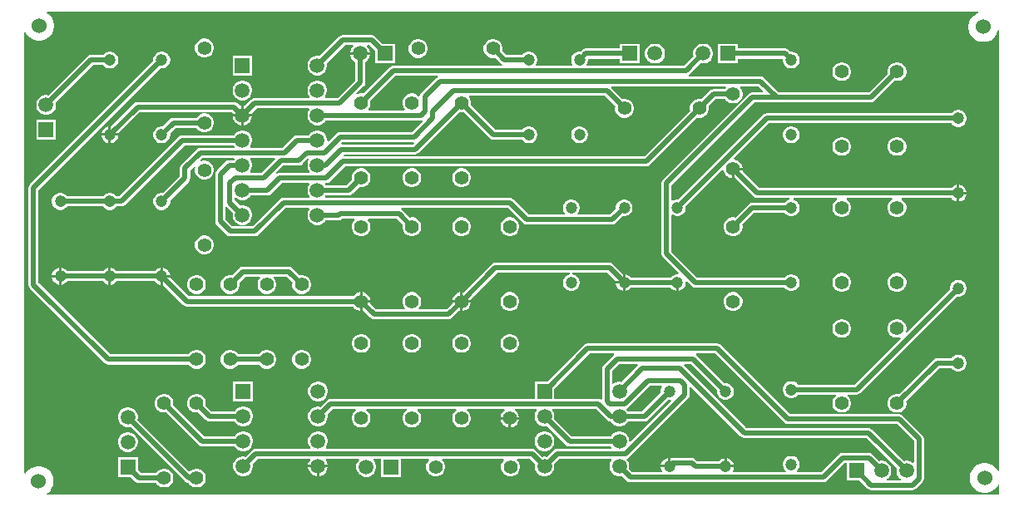
<source format=gbl>
G04*
G04 #@! TF.GenerationSoftware,Altium Limited,Altium Designer,22.6.1 (34)*
G04*
G04 Layer_Physical_Order=2*
G04 Layer_Color=16711680*
%FSLAX23Y23*%
%MOIN*%
G70*
G04*
G04 #@! TF.SameCoordinates,C87C71DA-0ECB-4DA1-9284-8B4E43F81947*
G04*
G04*
G04 #@! TF.FilePolarity,Positive*
G04*
G01*
G75*
%ADD20C,0.020*%
%ADD21C,0.059*%
%ADD22R,0.059X0.059*%
%ADD23C,0.055*%
%ADD24C,0.059*%
%ADD25R,0.059X0.059*%
%ADD26C,0.047*%
%ADD27R,0.059X0.059*%
%ADD28C,0.060*%
G36*
X3838Y1948D02*
X3829Y1945D01*
X3819Y1938D01*
X3811Y1930D01*
X3804Y1920D01*
X3800Y1909D01*
X3798Y1897D01*
Y1886D01*
X3800Y1874D01*
X3804Y1863D01*
X3811Y1853D01*
X3819Y1845D01*
X3829Y1838D01*
X3840Y1834D01*
X3852Y1832D01*
X3863D01*
X3875Y1834D01*
X3886Y1838D01*
X3896Y1845D01*
X3904Y1853D01*
X3911Y1863D01*
X3915Y1874D01*
X3917Y1881D01*
X3922Y1881D01*
Y111D01*
X3917Y110D01*
X3916Y111D01*
X3910Y121D01*
X3901Y129D01*
X3891Y136D01*
X3880Y140D01*
X3869Y143D01*
X3857D01*
X3845Y140D01*
X3835Y136D01*
X3825Y129D01*
X3816Y121D01*
X3810Y111D01*
X3805Y100D01*
X3803Y89D01*
Y77D01*
X3805Y65D01*
X3810Y54D01*
X3816Y45D01*
X3825Y36D01*
X3835Y30D01*
X3845Y25D01*
X3857Y23D01*
X3869D01*
X3880Y25D01*
X3891Y30D01*
X3901Y36D01*
X3910Y45D01*
X3916Y54D01*
X3917Y56D01*
X3922Y55D01*
Y15D01*
X106D01*
X105Y20D01*
X110Y24D01*
X119Y32D01*
X125Y42D01*
X130Y53D01*
X132Y65D01*
Y76D01*
X130Y88D01*
X125Y99D01*
X119Y109D01*
X110Y117D01*
X100Y124D01*
X89Y128D01*
X78Y130D01*
X66D01*
X54Y128D01*
X43Y124D01*
X34Y117D01*
X25Y109D01*
X20Y101D01*
X15Y103D01*
Y1869D01*
X20Y1870D01*
X21Y1868D01*
X27Y1858D01*
X36Y1850D01*
X46Y1843D01*
X57Y1839D01*
X68Y1837D01*
X80D01*
X92Y1839D01*
X102Y1843D01*
X112Y1850D01*
X121Y1858D01*
X127Y1868D01*
X132Y1879D01*
X134Y1891D01*
Y1902D01*
X132Y1914D01*
X127Y1925D01*
X121Y1935D01*
X112Y1943D01*
X105Y1948D01*
X106Y1953D01*
X3837D01*
X3838Y1948D01*
D02*
G37*
%LPC*%
G36*
X741Y1845D02*
X731D01*
X721Y1842D01*
X713Y1837D01*
X706Y1830D01*
X701Y1822D01*
X698Y1812D01*
Y1802D01*
X701Y1793D01*
X706Y1784D01*
X713Y1777D01*
X721Y1772D01*
X731Y1770D01*
X741D01*
X750Y1772D01*
X759Y1777D01*
X766Y1784D01*
X771Y1793D01*
X773Y1802D01*
Y1812D01*
X771Y1822D01*
X766Y1830D01*
X759Y1837D01*
X750Y1842D01*
X741Y1845D01*
D02*
G37*
G36*
X1598Y1842D02*
X1588D01*
X1578Y1840D01*
X1570Y1835D01*
X1563Y1828D01*
X1558Y1819D01*
X1555Y1810D01*
Y1800D01*
X1558Y1790D01*
X1563Y1782D01*
X1570Y1775D01*
X1578Y1770D01*
X1588Y1767D01*
X1598D01*
X1607Y1770D01*
X1616Y1775D01*
X1623Y1782D01*
X1628Y1790D01*
X1630Y1800D01*
Y1810D01*
X1628Y1819D01*
X1623Y1828D01*
X1616Y1835D01*
X1607Y1840D01*
X1598Y1842D01*
D02*
G37*
G36*
X2547Y1824D02*
X2537D01*
X2527Y1822D01*
X2518Y1816D01*
X2510Y1809D01*
X2505Y1800D01*
X2502Y1790D01*
Y1780D01*
X2505Y1769D01*
X2510Y1760D01*
X2518Y1753D01*
X2527Y1748D01*
X2537Y1745D01*
X2547D01*
X2557Y1748D01*
X2566Y1753D01*
X2573Y1760D01*
X2579Y1769D01*
X2581Y1780D01*
Y1790D01*
X2579Y1800D01*
X2573Y1809D01*
X2566Y1816D01*
X2557Y1822D01*
X2547Y1824D01*
D02*
G37*
G36*
X1406Y1859D02*
X1290D01*
X1282Y1858D01*
X1276Y1853D01*
X1198Y1775D01*
X1193Y1777D01*
X1183D01*
X1173Y1774D01*
X1164Y1769D01*
X1157Y1761D01*
X1151Y1752D01*
X1149Y1742D01*
Y1732D01*
X1151Y1722D01*
X1157Y1713D01*
X1164Y1705D01*
X1173Y1700D01*
X1183Y1698D01*
X1193D01*
X1204Y1700D01*
X1213Y1705D01*
X1220Y1713D01*
X1225Y1722D01*
X1228Y1732D01*
Y1742D01*
X1227Y1747D01*
X1299Y1819D01*
X1331D01*
X1333Y1814D01*
X1328Y1809D01*
X1323Y1800D01*
X1320Y1790D01*
Y1790D01*
X1360D01*
X1399D01*
Y1790D01*
X1397Y1800D01*
X1391Y1809D01*
X1387Y1814D01*
X1389Y1819D01*
X1397D01*
X1420Y1795D01*
Y1745D01*
X1499D01*
Y1824D01*
X1449D01*
X1420Y1853D01*
X1413Y1858D01*
X1406Y1859D01*
D02*
G37*
G36*
X2875Y1824D02*
X2795D01*
Y1745D01*
X2875D01*
Y1764D01*
X3054D01*
X3054Y1764D01*
Y1755D01*
X3057Y1747D01*
X3061Y1739D01*
X3067Y1733D01*
X3075Y1728D01*
X3084Y1726D01*
X3092D01*
X3101Y1728D01*
X3109Y1733D01*
X3115Y1739D01*
X3119Y1747D01*
X3122Y1755D01*
Y1764D01*
X3119Y1773D01*
X3115Y1780D01*
X3109Y1787D01*
X3101Y1791D01*
X3092Y1793D01*
X3084D01*
X3083Y1793D01*
X3077Y1799D01*
X3071Y1804D01*
X3063Y1805D01*
X2875D01*
Y1824D01*
D02*
G37*
G36*
X570Y1793D02*
X561D01*
X552Y1791D01*
X545Y1787D01*
X539Y1780D01*
X534Y1773D01*
X532Y1764D01*
Y1755D01*
X532Y1755D01*
X38Y1261D01*
X33Y1254D01*
X32Y1246D01*
Y858D01*
X33Y850D01*
X38Y844D01*
X337Y544D01*
X343Y540D01*
X351Y538D01*
X351Y538D01*
X673D01*
X674Y536D01*
X681Y529D01*
X690Y524D01*
X700Y521D01*
X709D01*
X719Y524D01*
X728Y529D01*
X735Y536D01*
X739Y544D01*
X742Y554D01*
Y564D01*
X739Y573D01*
X735Y582D01*
X728Y589D01*
X719Y594D01*
X709Y596D01*
X700D01*
X690Y594D01*
X681Y589D01*
X674Y582D01*
X673Y579D01*
X360D01*
X72Y866D01*
Y1238D01*
X561Y1726D01*
X561Y1726D01*
X570D01*
X578Y1728D01*
X586Y1733D01*
X592Y1739D01*
X597Y1747D01*
X599Y1755D01*
Y1764D01*
X597Y1773D01*
X592Y1780D01*
X586Y1787D01*
X578Y1791D01*
X570Y1793D01*
D02*
G37*
G36*
X362D02*
X353D01*
X344Y1791D01*
X337Y1787D01*
X331Y1780D01*
X330Y1780D01*
X282D01*
X274Y1779D01*
X268Y1774D01*
X112Y1618D01*
X107Y1619D01*
X97D01*
X87Y1617D01*
X78Y1611D01*
X70Y1604D01*
X65Y1595D01*
X63Y1585D01*
Y1574D01*
X65Y1564D01*
X70Y1555D01*
X78Y1548D01*
X87Y1543D01*
X97Y1540D01*
X107D01*
X117Y1543D01*
X126Y1548D01*
X134Y1555D01*
X139Y1564D01*
X142Y1574D01*
Y1585D01*
X140Y1589D01*
X291Y1739D01*
X330D01*
X331Y1739D01*
X337Y1733D01*
X344Y1728D01*
X353Y1726D01*
X362D01*
X370Y1728D01*
X378Y1733D01*
X384Y1739D01*
X389Y1747D01*
X391Y1755D01*
Y1764D01*
X389Y1773D01*
X384Y1780D01*
X378Y1787D01*
X370Y1791D01*
X362Y1793D01*
D02*
G37*
G36*
X928Y1777D02*
X849D01*
Y1698D01*
X928D01*
Y1777D01*
D02*
G37*
G36*
X3295Y1750D02*
X3286D01*
X3276Y1747D01*
X3267Y1742D01*
X3260Y1735D01*
X3255Y1727D01*
X3253Y1717D01*
Y1707D01*
X3255Y1698D01*
X3260Y1689D01*
X3267Y1682D01*
X3276Y1677D01*
X3286Y1675D01*
X3295D01*
X3305Y1677D01*
X3314Y1682D01*
X3321Y1689D01*
X3325Y1698D01*
X3328Y1707D01*
Y1717D01*
X3325Y1727D01*
X3321Y1735D01*
X3314Y1742D01*
X3305Y1747D01*
X3295Y1750D01*
D02*
G37*
G36*
X1898Y1842D02*
X1888D01*
X1878Y1840D01*
X1870Y1835D01*
X1863Y1828D01*
X1858Y1819D01*
X1855Y1810D01*
Y1800D01*
X1858Y1790D01*
X1863Y1782D01*
X1870Y1775D01*
X1878Y1770D01*
X1888Y1767D01*
X1898D01*
X1901Y1768D01*
X1923Y1745D01*
X1929Y1741D01*
X1929Y1738D01*
X1928Y1736D01*
X1493D01*
X1486Y1735D01*
X1479Y1730D01*
X1372Y1624D01*
X1369Y1625D01*
X1360D01*
X1350Y1622D01*
X1348Y1621D01*
X1345Y1625D01*
X1374Y1654D01*
X1379Y1661D01*
X1380Y1669D01*
Y1751D01*
X1384Y1753D01*
X1391Y1760D01*
X1397Y1769D01*
X1399Y1780D01*
Y1780D01*
X1360D01*
X1320D01*
Y1780D01*
X1323Y1769D01*
X1328Y1760D01*
X1336Y1753D01*
X1339Y1751D01*
Y1677D01*
X1270Y1607D01*
X1221D01*
X1219Y1612D01*
X1220Y1613D01*
X1225Y1622D01*
X1228Y1632D01*
Y1642D01*
X1225Y1652D01*
X1220Y1661D01*
X1213Y1669D01*
X1204Y1674D01*
X1193Y1677D01*
X1183D01*
X1173Y1674D01*
X1164Y1669D01*
X1157Y1661D01*
X1151Y1652D01*
X1149Y1642D01*
Y1632D01*
X1151Y1622D01*
X1157Y1613D01*
X1157Y1612D01*
X1156Y1607D01*
X938D01*
X930Y1606D01*
X924Y1601D01*
X898Y1575D01*
X893Y1577D01*
X893D01*
Y1542D01*
X928D01*
Y1542D01*
X927Y1547D01*
X947Y1567D01*
X1155D01*
X1157Y1562D01*
X1157Y1561D01*
X1151Y1552D01*
X1149Y1542D01*
Y1532D01*
X1151Y1522D01*
X1157Y1513D01*
X1164Y1505D01*
X1173Y1500D01*
X1183Y1498D01*
X1193D01*
X1204Y1500D01*
X1213Y1505D01*
X1220Y1513D01*
X1222Y1517D01*
X1604D01*
X1609Y1518D01*
X1611Y1513D01*
X1569Y1471D01*
X1280D01*
X1272Y1470D01*
X1266Y1465D01*
X1233Y1433D01*
X1228Y1435D01*
Y1442D01*
X1225Y1452D01*
X1220Y1461D01*
X1213Y1469D01*
X1204Y1474D01*
X1193Y1477D01*
X1183D01*
X1173Y1474D01*
X1164Y1469D01*
X1157Y1461D01*
X1154Y1458D01*
X1108D01*
X1100Y1456D01*
X1094Y1452D01*
X1050Y1407D01*
X921D01*
X919Y1412D01*
X920Y1413D01*
X925Y1422D01*
X928Y1432D01*
Y1442D01*
X925Y1452D01*
X920Y1461D01*
X913Y1469D01*
X904Y1474D01*
X893Y1477D01*
X883D01*
X873Y1474D01*
X864Y1469D01*
X857Y1461D01*
X854Y1458D01*
X648D01*
X640Y1456D01*
X634Y1452D01*
X395Y1212D01*
X384D01*
X384Y1213D01*
X378Y1219D01*
X370Y1223D01*
X362Y1226D01*
X353D01*
X344Y1223D01*
X337Y1219D01*
X331Y1213D01*
X330Y1212D01*
X186D01*
X186Y1213D01*
X179Y1219D01*
X172Y1223D01*
X163Y1226D01*
X154D01*
X146Y1223D01*
X138Y1219D01*
X132Y1213D01*
X128Y1205D01*
X125Y1196D01*
Y1188D01*
X128Y1179D01*
X132Y1171D01*
X138Y1165D01*
X146Y1161D01*
X154Y1158D01*
X163D01*
X172Y1161D01*
X179Y1165D01*
X186Y1171D01*
X186Y1172D01*
X330D01*
X331Y1171D01*
X337Y1165D01*
X344Y1161D01*
X353Y1158D01*
X362D01*
X370Y1161D01*
X378Y1165D01*
X384Y1171D01*
X384Y1172D01*
X403D01*
X411Y1173D01*
X417Y1178D01*
X657Y1417D01*
X854D01*
X857Y1413D01*
X857Y1412D01*
X856Y1407D01*
X720D01*
X712Y1406D01*
X706Y1401D01*
X706Y1401D01*
X644Y1340D01*
X639Y1333D01*
X638Y1325D01*
Y1293D01*
X570Y1226D01*
X570Y1226D01*
X561D01*
X552Y1223D01*
X545Y1219D01*
X539Y1213D01*
X534Y1205D01*
X532Y1196D01*
Y1188D01*
X534Y1179D01*
X539Y1171D01*
X545Y1165D01*
X552Y1161D01*
X561Y1158D01*
X570D01*
X578Y1161D01*
X586Y1165D01*
X592Y1171D01*
X597Y1179D01*
X599Y1188D01*
Y1196D01*
X599Y1197D01*
X673Y1270D01*
X673Y1270D01*
X677Y1277D01*
X679Y1285D01*
Y1317D01*
X696Y1334D01*
X700Y1331D01*
X698Y1323D01*
Y1313D01*
X701Y1304D01*
X706Y1295D01*
X713Y1288D01*
X721Y1283D01*
X731Y1281D01*
X741D01*
X750Y1283D01*
X759Y1288D01*
X766Y1295D01*
X771Y1304D01*
X773Y1313D01*
Y1323D01*
X771Y1333D01*
X766Y1341D01*
X759Y1348D01*
X750Y1353D01*
X741Y1356D01*
X731D01*
X723Y1354D01*
X720Y1358D01*
X728Y1367D01*
X855D01*
X857Y1362D01*
X857Y1361D01*
X854Y1358D01*
X836D01*
X836Y1358D01*
X828Y1356D01*
X822Y1352D01*
X822Y1352D01*
X786Y1315D01*
X781Y1309D01*
X780Y1301D01*
Y1112D01*
X781Y1104D01*
X786Y1098D01*
X826Y1058D01*
X832Y1053D01*
X840Y1052D01*
X938D01*
X946Y1053D01*
X952Y1058D01*
X1061Y1167D01*
X1155D01*
X1157Y1162D01*
X1157Y1161D01*
X1151Y1152D01*
X1149Y1142D01*
Y1132D01*
X1151Y1122D01*
X1157Y1113D01*
X1164Y1105D01*
X1173Y1100D01*
X1183Y1098D01*
X1193D01*
X1204Y1100D01*
X1213Y1105D01*
X1220Y1113D01*
X1222Y1117D01*
X1273D01*
X1281Y1118D01*
X1287Y1123D01*
X1336D01*
X1338Y1118D01*
X1334Y1114D01*
X1330Y1106D01*
X1327Y1096D01*
Y1086D01*
X1330Y1077D01*
X1334Y1068D01*
X1341Y1061D01*
X1350Y1056D01*
X1360Y1054D01*
X1369D01*
X1379Y1056D01*
X1388Y1061D01*
X1395Y1068D01*
X1400Y1077D01*
X1402Y1086D01*
Y1096D01*
X1400Y1106D01*
X1395Y1114D01*
X1391Y1118D01*
X1393Y1123D01*
X1508D01*
X1531Y1099D01*
X1530Y1096D01*
Y1086D01*
X1533Y1077D01*
X1538Y1068D01*
X1545Y1061D01*
X1553Y1056D01*
X1563Y1054D01*
X1573D01*
X1582Y1056D01*
X1591Y1061D01*
X1598Y1068D01*
X1603Y1077D01*
X1605Y1086D01*
Y1096D01*
X1603Y1106D01*
X1598Y1114D01*
X1591Y1121D01*
X1582Y1126D01*
X1573Y1129D01*
X1563D01*
X1560Y1128D01*
X1531Y1157D01*
X1524Y1162D01*
X1524Y1162D01*
X1527Y1167D01*
X1952D01*
X2014Y1105D01*
X2020Y1100D01*
X2028Y1099D01*
X2371D01*
X2378Y1100D01*
X2385Y1105D01*
X2414Y1133D01*
X2414Y1133D01*
X2423D01*
X2432Y1136D01*
X2439Y1140D01*
X2445Y1146D01*
X2450Y1154D01*
X2452Y1163D01*
Y1171D01*
X2450Y1180D01*
X2445Y1188D01*
X2439Y1194D01*
X2432Y1198D01*
X2423Y1201D01*
X2414D01*
X2406Y1198D01*
X2398Y1194D01*
X2392Y1188D01*
X2387Y1180D01*
X2385Y1171D01*
Y1163D01*
X2385Y1162D01*
X2362Y1139D01*
X2233D01*
X2231Y1144D01*
X2233Y1146D01*
X2237Y1154D01*
X2240Y1163D01*
Y1171D01*
X2237Y1180D01*
X2233Y1188D01*
X2227Y1194D01*
X2219Y1198D01*
X2211Y1201D01*
X2202D01*
X2193Y1198D01*
X2185Y1194D01*
X2179Y1188D01*
X2175Y1180D01*
X2173Y1171D01*
Y1163D01*
X2175Y1154D01*
X2179Y1146D01*
X2181Y1144D01*
X2179Y1139D01*
X2036D01*
X1974Y1201D01*
X1968Y1206D01*
X1960Y1207D01*
X1221D01*
X1219Y1212D01*
X1220Y1213D01*
X1222Y1217D01*
X1315D01*
X1322Y1218D01*
X1329Y1223D01*
X1357Y1250D01*
X1360Y1250D01*
X1369D01*
X1379Y1252D01*
X1388Y1257D01*
X1395Y1264D01*
X1400Y1273D01*
X1402Y1282D01*
Y1292D01*
X1400Y1302D01*
X1395Y1310D01*
X1388Y1317D01*
X1379Y1322D01*
X1369Y1325D01*
X1360D01*
X1350Y1322D01*
X1341Y1317D01*
X1334Y1310D01*
X1330Y1302D01*
X1327Y1292D01*
Y1282D01*
X1328Y1279D01*
X1306Y1258D01*
X1222D01*
X1220Y1261D01*
X1219Y1262D01*
X1221Y1267D01*
X1225D01*
X1233Y1268D01*
X1239Y1273D01*
X1300Y1333D01*
X2507D01*
X2515Y1334D01*
X2521Y1339D01*
X2712Y1529D01*
X2715Y1528D01*
X2724D01*
X2734Y1531D01*
X2743Y1535D01*
X2750Y1542D01*
X2754Y1551D01*
X2757Y1561D01*
Y1570D01*
X2756Y1573D01*
X2785Y1602D01*
X2823D01*
X2825Y1599D01*
X2832Y1592D01*
X2840Y1587D01*
X2850Y1585D01*
X2860D01*
X2869Y1587D01*
X2878Y1592D01*
X2885Y1599D01*
X2890Y1608D01*
X2893Y1617D01*
Y1627D01*
X2890Y1637D01*
X2885Y1645D01*
X2883Y1648D01*
X2885Y1653D01*
X2957D01*
X2975Y1634D01*
X2973Y1629D01*
X2931D01*
X2931Y1629D01*
X2923Y1628D01*
X2917Y1623D01*
X2917Y1623D01*
X2574Y1280D01*
X2569Y1274D01*
X2568Y1266D01*
Y982D01*
X2569Y974D01*
X2574Y968D01*
X2636Y906D01*
X2633Y901D01*
X2627D01*
X2619Y898D01*
X2611Y894D01*
X2605Y888D01*
X2605Y887D01*
X2446D01*
X2445Y888D01*
X2439Y894D01*
X2432Y898D01*
X2424Y900D01*
Y867D01*
Y834D01*
X2432Y836D01*
X2439Y840D01*
X2445Y846D01*
X2446Y847D01*
X2605D01*
X2605Y846D01*
X2611Y840D01*
X2619Y836D01*
X2627Y834D01*
Y867D01*
X2637D01*
Y834D01*
X2645Y836D01*
X2652Y840D01*
X2659Y846D01*
X2663Y854D01*
X2665Y863D01*
Y869D01*
X2670Y871D01*
X2689Y853D01*
X2695Y848D01*
X2703Y847D01*
X3061D01*
X3061Y846D01*
X3067Y840D01*
X3075Y836D01*
X3084Y833D01*
X3092D01*
X3101Y836D01*
X3109Y840D01*
X3115Y846D01*
X3119Y854D01*
X3122Y863D01*
Y871D01*
X3119Y880D01*
X3115Y888D01*
X3109Y894D01*
X3101Y898D01*
X3092Y901D01*
X3084D01*
X3075Y898D01*
X3067Y894D01*
X3061Y888D01*
X3061Y887D01*
X2711D01*
X2608Y990D01*
Y1136D01*
X2613Y1139D01*
X2619Y1136D01*
X2627Y1133D01*
X2636D01*
X2645Y1136D01*
X2652Y1140D01*
X2659Y1146D01*
X2663Y1154D01*
X2665Y1163D01*
Y1171D01*
X2665Y1172D01*
X2813Y1319D01*
X2815Y1318D01*
X2818Y1317D01*
X2820Y1308D01*
X2825Y1299D01*
X2832Y1292D01*
X2840Y1287D01*
X2850Y1285D01*
Y1322D01*
X2855D01*
Y1327D01*
X2893D01*
X2890Y1337D01*
X2885Y1345D01*
X2878Y1352D01*
X2869Y1357D01*
X2860Y1360D01*
X2859Y1362D01*
X2858Y1365D01*
X2998Y1505D01*
X3730D01*
X3730Y1504D01*
X3736Y1498D01*
X3744Y1494D01*
X3753Y1491D01*
X3761D01*
X3770Y1494D01*
X3778Y1498D01*
X3784Y1504D01*
X3788Y1512D01*
X3791Y1521D01*
Y1529D01*
X3788Y1538D01*
X3784Y1546D01*
X3778Y1552D01*
X3770Y1556D01*
X3761Y1559D01*
X3753D01*
X3744Y1556D01*
X3736Y1552D01*
X3730Y1546D01*
X3730Y1545D01*
X2990D01*
X2982Y1544D01*
X2975Y1539D01*
X2636Y1201D01*
X2636Y1201D01*
X2627D01*
X2619Y1198D01*
X2613Y1195D01*
X2608Y1198D01*
Y1258D01*
X2939Y1589D01*
X3029D01*
X3029Y1589D01*
X3029Y1589D01*
X3408D01*
X3416Y1590D01*
X3422Y1595D01*
X3503Y1676D01*
X3506Y1675D01*
X3516D01*
X3526Y1677D01*
X3534Y1682D01*
X3541Y1689D01*
X3546Y1698D01*
X3549Y1707D01*
Y1717D01*
X3546Y1727D01*
X3541Y1735D01*
X3534Y1742D01*
X3526Y1747D01*
X3516Y1750D01*
X3506D01*
X3497Y1747D01*
X3488Y1742D01*
X3481Y1735D01*
X3476Y1727D01*
X3474Y1717D01*
Y1707D01*
X3474Y1704D01*
X3399Y1629D01*
X3037D01*
X2979Y1687D01*
X2973Y1692D01*
X2965Y1693D01*
X2677D01*
X2676Y1698D01*
X2681Y1702D01*
X2725Y1746D01*
X2730Y1745D01*
X2740D01*
X2750Y1748D01*
X2759Y1753D01*
X2767Y1760D01*
X2772Y1769D01*
X2775Y1780D01*
Y1790D01*
X2772Y1800D01*
X2767Y1809D01*
X2759Y1816D01*
X2750Y1822D01*
X2740Y1824D01*
X2730D01*
X2720Y1822D01*
X2711Y1816D01*
X2703Y1809D01*
X2698Y1800D01*
X2695Y1790D01*
Y1780D01*
X2697Y1775D01*
X2658Y1736D01*
X2270D01*
X2267Y1741D01*
X2271Y1747D01*
X2273Y1755D01*
Y1764D01*
X2273Y1764D01*
X2402D01*
Y1745D01*
X2481D01*
Y1824D01*
X2402D01*
Y1805D01*
X2264D01*
X2256Y1804D01*
X2250Y1799D01*
X2244Y1793D01*
X2244Y1793D01*
X2235D01*
X2226Y1791D01*
X2219Y1787D01*
X2212Y1780D01*
X2208Y1773D01*
X2206Y1764D01*
Y1755D01*
X2208Y1747D01*
X2211Y1741D01*
X2208Y1736D01*
X2067D01*
X2064Y1741D01*
X2067Y1747D01*
X2070Y1755D01*
Y1764D01*
X2067Y1773D01*
X2063Y1780D01*
X2057Y1787D01*
X2049Y1791D01*
X2040Y1793D01*
X2031D01*
X2023Y1791D01*
X2015Y1787D01*
X2009Y1780D01*
X2009Y1780D01*
X1946D01*
X1930Y1797D01*
X1930Y1800D01*
Y1810D01*
X1928Y1819D01*
X1923Y1828D01*
X1916Y1835D01*
X1907Y1840D01*
X1898Y1842D01*
D02*
G37*
G36*
X893Y1677D02*
X883D01*
X873Y1674D01*
X864Y1669D01*
X857Y1661D01*
X851Y1652D01*
X849Y1642D01*
Y1632D01*
X851Y1622D01*
X857Y1613D01*
X864Y1605D01*
X873Y1600D01*
X883Y1598D01*
X893D01*
X904Y1600D01*
X913Y1605D01*
X920Y1613D01*
X925Y1622D01*
X928Y1632D01*
Y1642D01*
X925Y1652D01*
X920Y1661D01*
X913Y1669D01*
X904Y1674D01*
X893Y1677D01*
D02*
G37*
G36*
X854Y1591D02*
X469D01*
X461Y1590D01*
X454Y1585D01*
X362Y1494D01*
Y1465D01*
X391D01*
X477Y1551D01*
X846D01*
X850Y1547D01*
X849Y1542D01*
Y1542D01*
X883D01*
Y1577D01*
X883D01*
X879Y1575D01*
X869Y1585D01*
X862Y1590D01*
X854Y1591D01*
D02*
G37*
G36*
X928Y1532D02*
X893D01*
Y1498D01*
X893D01*
X904Y1500D01*
X913Y1505D01*
X920Y1513D01*
X925Y1522D01*
X928Y1532D01*
Y1532D01*
D02*
G37*
G36*
X883D02*
X849D01*
Y1532D01*
X851Y1522D01*
X857Y1513D01*
X864Y1505D01*
X873Y1500D01*
X883Y1498D01*
X883D01*
Y1532D01*
D02*
G37*
G36*
X741Y1545D02*
X731D01*
X721Y1542D01*
X713Y1537D01*
X706Y1530D01*
X704Y1528D01*
X613D01*
X605Y1526D01*
X598Y1522D01*
X570Y1493D01*
X570Y1493D01*
X561D01*
X552Y1491D01*
X545Y1487D01*
X539Y1480D01*
X534Y1473D01*
X532Y1464D01*
Y1455D01*
X534Y1447D01*
X539Y1439D01*
X545Y1433D01*
X552Y1428D01*
X561Y1426D01*
X570D01*
X578Y1428D01*
X586Y1433D01*
X592Y1439D01*
X597Y1447D01*
X599Y1455D01*
Y1464D01*
X599Y1464D01*
X621Y1487D01*
X704D01*
X706Y1484D01*
X713Y1477D01*
X721Y1472D01*
X731Y1470D01*
X741D01*
X750Y1472D01*
X759Y1477D01*
X766Y1484D01*
X771Y1493D01*
X773Y1502D01*
Y1512D01*
X771Y1522D01*
X766Y1530D01*
X759Y1537D01*
X750Y1542D01*
X741Y1545D01*
D02*
G37*
G36*
X352Y1493D02*
X344Y1491D01*
X337Y1487D01*
X331Y1480D01*
X326Y1473D01*
X324Y1465D01*
X352D01*
Y1493D01*
D02*
G37*
G36*
X142Y1519D02*
X63D01*
Y1440D01*
X142D01*
Y1519D01*
D02*
G37*
G36*
X391Y1455D02*
X362D01*
Y1426D01*
X370Y1428D01*
X378Y1433D01*
X384Y1439D01*
X389Y1447D01*
X391Y1455D01*
D02*
G37*
G36*
X352D02*
X324D01*
X326Y1447D01*
X331Y1439D01*
X337Y1433D01*
X344Y1428D01*
X352Y1426D01*
Y1455D01*
D02*
G37*
G36*
X3092Y1493D02*
X3084D01*
X3075Y1491D01*
X3067Y1487D01*
X3061Y1480D01*
X3057Y1473D01*
X3054Y1464D01*
Y1455D01*
X3057Y1447D01*
X3061Y1439D01*
X3067Y1433D01*
X3075Y1428D01*
X3084Y1426D01*
X3092D01*
X3101Y1428D01*
X3109Y1433D01*
X3115Y1439D01*
X3119Y1447D01*
X3122Y1455D01*
Y1464D01*
X3119Y1473D01*
X3115Y1480D01*
X3109Y1487D01*
X3101Y1491D01*
X3092Y1493D01*
D02*
G37*
G36*
X3516Y1450D02*
X3506D01*
X3497Y1447D01*
X3488Y1442D01*
X3481Y1435D01*
X3476Y1427D01*
X3474Y1417D01*
Y1407D01*
X3476Y1398D01*
X3481Y1389D01*
X3488Y1382D01*
X3497Y1377D01*
X3506Y1375D01*
X3516D01*
X3526Y1377D01*
X3534Y1382D01*
X3541Y1389D01*
X3546Y1398D01*
X3549Y1407D01*
Y1417D01*
X3546Y1427D01*
X3541Y1435D01*
X3534Y1442D01*
X3526Y1447D01*
X3516Y1450D01*
D02*
G37*
G36*
X3295D02*
X3286D01*
X3276Y1447D01*
X3267Y1442D01*
X3260Y1435D01*
X3255Y1427D01*
X3253Y1417D01*
Y1407D01*
X3255Y1398D01*
X3260Y1389D01*
X3267Y1382D01*
X3276Y1377D01*
X3286Y1375D01*
X3295D01*
X3305Y1377D01*
X3314Y1382D01*
X3321Y1389D01*
X3325Y1398D01*
X3328Y1407D01*
Y1417D01*
X3325Y1427D01*
X3321Y1435D01*
X3314Y1442D01*
X3305Y1447D01*
X3295Y1450D01*
D02*
G37*
G36*
X1771Y1325D02*
X1761D01*
X1752Y1322D01*
X1743Y1317D01*
X1736Y1310D01*
X1731Y1302D01*
X1729Y1292D01*
Y1282D01*
X1731Y1273D01*
X1736Y1264D01*
X1743Y1257D01*
X1752Y1252D01*
X1761Y1250D01*
X1771D01*
X1781Y1252D01*
X1789Y1257D01*
X1796Y1264D01*
X1801Y1273D01*
X1804Y1282D01*
Y1292D01*
X1801Y1302D01*
X1796Y1310D01*
X1789Y1317D01*
X1781Y1322D01*
X1771Y1325D01*
D02*
G37*
G36*
X1573D02*
X1563D01*
X1553Y1322D01*
X1545Y1317D01*
X1538Y1310D01*
X1533Y1302D01*
X1530Y1292D01*
Y1282D01*
X1533Y1273D01*
X1538Y1264D01*
X1545Y1257D01*
X1553Y1252D01*
X1563Y1250D01*
X1573D01*
X1582Y1252D01*
X1591Y1257D01*
X1598Y1264D01*
X1603Y1273D01*
X1605Y1282D01*
Y1292D01*
X1603Y1302D01*
X1598Y1310D01*
X1591Y1317D01*
X1582Y1322D01*
X1573Y1325D01*
D02*
G37*
G36*
X3762Y1259D02*
Y1230D01*
X3790D01*
X3788Y1238D01*
X3784Y1246D01*
X3778Y1252D01*
X3770Y1256D01*
X3762Y1259D01*
D02*
G37*
G36*
X3790Y1220D02*
X3762D01*
Y1192D01*
X3770Y1194D01*
X3778Y1198D01*
X3784Y1204D01*
X3788Y1212D01*
X3790Y1220D01*
D02*
G37*
G36*
X2893Y1317D02*
X2860D01*
Y1285D01*
X2863Y1286D01*
X2938Y1211D01*
X2944Y1206D01*
X2952Y1205D01*
X3079D01*
X3080Y1200D01*
X3075Y1198D01*
X3067Y1194D01*
X3061Y1188D01*
X3061Y1187D01*
X2931D01*
X2923Y1186D01*
X2916Y1181D01*
X2863Y1128D01*
X2860Y1129D01*
X2850D01*
X2840Y1126D01*
X2832Y1121D01*
X2825Y1114D01*
X2820Y1106D01*
X2817Y1096D01*
Y1086D01*
X2820Y1077D01*
X2825Y1068D01*
X2832Y1061D01*
X2840Y1056D01*
X2850Y1054D01*
X2860D01*
X2869Y1056D01*
X2878Y1061D01*
X2885Y1068D01*
X2890Y1077D01*
X2893Y1086D01*
Y1096D01*
X2892Y1099D01*
X2939Y1147D01*
X3061D01*
X3061Y1146D01*
X3067Y1140D01*
X3075Y1136D01*
X3084Y1133D01*
X3092D01*
X3101Y1136D01*
X3109Y1140D01*
X3115Y1146D01*
X3119Y1154D01*
X3122Y1163D01*
Y1171D01*
X3119Y1180D01*
X3115Y1188D01*
X3109Y1194D01*
X3101Y1198D01*
X3096Y1200D01*
X3097Y1205D01*
X3271D01*
X3272Y1200D01*
X3267Y1197D01*
X3260Y1190D01*
X3255Y1182D01*
X3253Y1172D01*
Y1162D01*
X3255Y1153D01*
X3260Y1144D01*
X3267Y1137D01*
X3276Y1132D01*
X3286Y1129D01*
X3295D01*
X3305Y1132D01*
X3314Y1137D01*
X3321Y1144D01*
X3325Y1153D01*
X3328Y1162D01*
Y1172D01*
X3325Y1182D01*
X3321Y1190D01*
X3314Y1197D01*
X3309Y1200D01*
X3310Y1205D01*
X3491D01*
X3493Y1200D01*
X3488Y1197D01*
X3481Y1190D01*
X3476Y1182D01*
X3474Y1172D01*
Y1162D01*
X3476Y1153D01*
X3481Y1144D01*
X3488Y1137D01*
X3497Y1132D01*
X3506Y1129D01*
X3516D01*
X3526Y1132D01*
X3534Y1137D01*
X3541Y1144D01*
X3546Y1153D01*
X3549Y1162D01*
Y1172D01*
X3546Y1182D01*
X3541Y1190D01*
X3534Y1197D01*
X3530Y1200D01*
X3531Y1205D01*
X3730D01*
X3730Y1204D01*
X3736Y1198D01*
X3744Y1194D01*
X3752Y1192D01*
Y1225D01*
Y1259D01*
X3744Y1256D01*
X3736Y1252D01*
X3730Y1246D01*
X3730Y1245D01*
X2961D01*
X2892Y1314D01*
X2893Y1317D01*
D02*
G37*
G36*
X1771Y1129D02*
X1761D01*
X1752Y1126D01*
X1743Y1121D01*
X1736Y1114D01*
X1731Y1106D01*
X1729Y1096D01*
Y1086D01*
X1731Y1077D01*
X1736Y1068D01*
X1743Y1061D01*
X1752Y1056D01*
X1761Y1054D01*
X1771D01*
X1781Y1056D01*
X1789Y1061D01*
X1796Y1068D01*
X1801Y1077D01*
X1804Y1086D01*
Y1096D01*
X1801Y1106D01*
X1796Y1114D01*
X1789Y1121D01*
X1781Y1126D01*
X1771Y1129D01*
D02*
G37*
G36*
X1965Y1129D02*
X1955D01*
X1946Y1126D01*
X1937Y1121D01*
X1930Y1114D01*
X1925Y1106D01*
X1923Y1096D01*
Y1086D01*
X1925Y1077D01*
X1930Y1068D01*
X1937Y1061D01*
X1946Y1056D01*
X1955Y1054D01*
X1965D01*
X1975Y1056D01*
X1983Y1061D01*
X1990Y1068D01*
X1995Y1077D01*
X1998Y1086D01*
Y1096D01*
X1995Y1106D01*
X1990Y1114D01*
X1983Y1121D01*
X1975Y1126D01*
X1965Y1129D01*
D02*
G37*
G36*
X741Y1056D02*
X731D01*
X721Y1053D01*
X713Y1048D01*
X706Y1041D01*
X701Y1033D01*
X698Y1023D01*
Y1013D01*
X701Y1004D01*
X706Y995D01*
X713Y988D01*
X721Y983D01*
X731Y981D01*
X741D01*
X750Y983D01*
X759Y988D01*
X766Y995D01*
X771Y1004D01*
X773Y1013D01*
Y1023D01*
X771Y1033D01*
X766Y1041D01*
X759Y1048D01*
X750Y1053D01*
X741Y1056D01*
D02*
G37*
G36*
X570Y925D02*
Y897D01*
X599D01*
X597Y905D01*
X592Y913D01*
X586Y919D01*
X578Y923D01*
X570Y925D01*
D02*
G37*
G36*
X154D02*
X146Y923D01*
X138Y919D01*
X132Y913D01*
X128Y905D01*
X125Y897D01*
X154D01*
Y925D01*
D02*
G37*
G36*
X1073Y931D02*
X892D01*
X884Y930D01*
X878Y925D01*
X848Y896D01*
X845Y896D01*
X835D01*
X825Y894D01*
X817Y889D01*
X810Y882D01*
X805Y873D01*
X802Y864D01*
Y854D01*
X805Y844D01*
X810Y836D01*
X817Y829D01*
X825Y824D01*
X835Y821D01*
X845D01*
X854Y824D01*
X863Y829D01*
X870Y836D01*
X875Y844D01*
X877Y854D01*
Y864D01*
X876Y867D01*
X900Y891D01*
X958D01*
X960Y886D01*
X956Y882D01*
X951Y873D01*
X949Y864D01*
Y854D01*
X951Y844D01*
X956Y836D01*
X963Y829D01*
X972Y824D01*
X981Y821D01*
X991D01*
X1001Y824D01*
X1009Y829D01*
X1016Y836D01*
X1021Y844D01*
X1024Y854D01*
Y864D01*
X1021Y873D01*
X1016Y882D01*
X1013Y886D01*
X1015Y891D01*
X1065D01*
X1089Y867D01*
X1088Y864D01*
Y854D01*
X1091Y844D01*
X1096Y836D01*
X1103Y829D01*
X1111Y824D01*
X1121Y821D01*
X1131D01*
X1140Y824D01*
X1149Y829D01*
X1156Y836D01*
X1161Y844D01*
X1163Y854D01*
Y864D01*
X1161Y873D01*
X1156Y882D01*
X1149Y889D01*
X1140Y894D01*
X1131Y896D01*
X1121D01*
X1118Y896D01*
X1088Y925D01*
X1081Y930D01*
X1073Y931D01*
D02*
G37*
G36*
X2360Y946D02*
X1901D01*
X1893Y945D01*
X1887Y940D01*
X1774Y828D01*
X1771Y829D01*
Y796D01*
X1804D01*
X1803Y799D01*
X1909Y906D01*
X2202D01*
X2202Y901D01*
X2193Y898D01*
X2185Y894D01*
X2179Y888D01*
X2175Y880D01*
X2173Y871D01*
Y863D01*
X2175Y854D01*
X2179Y846D01*
X2185Y840D01*
X2193Y836D01*
X2202Y833D01*
X2211D01*
X2219Y836D01*
X2227Y840D01*
X2233Y846D01*
X2237Y854D01*
X2240Y863D01*
Y871D01*
X2237Y880D01*
X2233Y888D01*
X2227Y894D01*
X2219Y898D01*
X2211Y901D01*
X2211Y906D01*
X2351D01*
X2385Y872D01*
X2414D01*
Y901D01*
X2374Y940D01*
X2367Y945D01*
X2360Y946D01*
D02*
G37*
G36*
X164Y925D02*
Y892D01*
Y858D01*
X172Y861D01*
X179Y865D01*
X186Y871D01*
X186Y872D01*
X330D01*
X331Y871D01*
X337Y865D01*
X344Y861D01*
X352Y858D01*
Y892D01*
Y925D01*
X344Y923D01*
X337Y919D01*
X331Y913D01*
X330Y912D01*
X186D01*
X186Y913D01*
X179Y919D01*
X172Y923D01*
X164Y925D01*
D02*
G37*
G36*
X362D02*
Y892D01*
Y858D01*
X370Y861D01*
X378Y865D01*
X384Y871D01*
X384Y872D01*
X538D01*
X539Y871D01*
X545Y865D01*
X552Y861D01*
X560Y858D01*
Y892D01*
Y925D01*
X552Y923D01*
X545Y919D01*
X539Y913D01*
X538Y912D01*
X384D01*
X384Y913D01*
X378Y919D01*
X370Y923D01*
X362Y925D01*
D02*
G37*
G36*
X154Y887D02*
X125D01*
X128Y879D01*
X132Y871D01*
X138Y865D01*
X146Y861D01*
X154Y858D01*
Y887D01*
D02*
G37*
G36*
X2414Y862D02*
X2385D01*
X2387Y854D01*
X2392Y846D01*
X2398Y840D01*
X2406Y836D01*
X2414Y834D01*
Y862D01*
D02*
G37*
G36*
X3516Y905D02*
X3506D01*
X3497Y902D01*
X3488Y897D01*
X3481Y890D01*
X3476Y882D01*
X3474Y872D01*
Y862D01*
X3476Y853D01*
X3481Y844D01*
X3488Y837D01*
X3497Y832D01*
X3506Y829D01*
X3516D01*
X3526Y832D01*
X3534Y837D01*
X3541Y844D01*
X3546Y853D01*
X3549Y862D01*
Y872D01*
X3546Y882D01*
X3541Y890D01*
X3534Y897D01*
X3526Y902D01*
X3516Y905D01*
D02*
G37*
G36*
X3295Y905D02*
X3286D01*
X3276Y902D01*
X3267Y897D01*
X3260Y890D01*
X3255Y882D01*
X3253Y872D01*
Y862D01*
X3255Y853D01*
X3260Y844D01*
X3267Y837D01*
X3276Y832D01*
X3286Y829D01*
X3295D01*
X3305Y832D01*
X3314Y837D01*
X3321Y844D01*
X3325Y853D01*
X3328Y862D01*
Y872D01*
X3325Y882D01*
X3321Y890D01*
X3314Y897D01*
X3305Y902D01*
X3295Y905D01*
D02*
G37*
G36*
X709Y896D02*
X700D01*
X690Y894D01*
X681Y889D01*
X674Y882D01*
X669Y873D01*
X667Y864D01*
Y854D01*
X669Y844D01*
X674Y836D01*
X681Y829D01*
X690Y824D01*
X700Y821D01*
X709D01*
X719Y824D01*
X728Y829D01*
X735Y836D01*
X739Y844D01*
X742Y854D01*
Y864D01*
X739Y873D01*
X735Y882D01*
X728Y889D01*
X719Y894D01*
X709Y896D01*
D02*
G37*
G36*
X3761Y878D02*
X3753D01*
X3744Y875D01*
X3736Y871D01*
X3730Y865D01*
X3726Y857D01*
X3723Y848D01*
Y840D01*
X3723Y839D01*
X3551Y667D01*
X3547Y669D01*
X3549Y677D01*
Y687D01*
X3546Y697D01*
X3541Y705D01*
X3534Y712D01*
X3526Y717D01*
X3516Y720D01*
X3506D01*
X3497Y717D01*
X3488Y712D01*
X3481Y705D01*
X3476Y697D01*
X3474Y687D01*
Y677D01*
X3476Y668D01*
X3481Y659D01*
X3488Y652D01*
X3497Y647D01*
X3506Y645D01*
X3516D01*
X3524Y647D01*
X3527Y642D01*
X3342Y458D01*
X3115D01*
X3115Y458D01*
X3109Y465D01*
X3101Y469D01*
X3092Y471D01*
X3084D01*
X3075Y469D01*
X3067Y465D01*
X3061Y458D01*
X3057Y451D01*
X3054Y442D01*
Y433D01*
X3057Y425D01*
X3061Y417D01*
X3067Y411D01*
X3075Y406D01*
X3084Y404D01*
X3092D01*
X3101Y406D01*
X3109Y411D01*
X3115Y417D01*
X3115Y417D01*
X3266D01*
X3267Y413D01*
X3267Y412D01*
X3260Y405D01*
X3255Y397D01*
X3253Y387D01*
Y377D01*
X3255Y368D01*
X3260Y359D01*
X3267Y352D01*
X3276Y347D01*
X3286Y345D01*
X3295D01*
X3305Y347D01*
X3314Y352D01*
X3321Y359D01*
X3325Y368D01*
X3328Y377D01*
Y387D01*
X3325Y397D01*
X3321Y405D01*
X3314Y412D01*
X3314Y413D01*
X3315Y417D01*
X3351D01*
X3358Y419D01*
X3365Y423D01*
X3752Y810D01*
X3753Y810D01*
X3761D01*
X3770Y813D01*
X3778Y817D01*
X3784Y823D01*
X3788Y831D01*
X3791Y840D01*
Y848D01*
X3788Y857D01*
X3784Y865D01*
X3778Y871D01*
X3770Y875D01*
X3761Y878D01*
D02*
G37*
G36*
X1370Y829D02*
Y796D01*
X1402D01*
X1400Y806D01*
X1395Y814D01*
X1388Y821D01*
X1379Y826D01*
X1370Y829D01*
D02*
G37*
G36*
X1761D02*
X1752Y826D01*
X1743Y821D01*
X1736Y814D01*
X1731Y806D01*
X1729Y796D01*
X1761D01*
Y829D01*
D02*
G37*
G36*
X1573Y829D02*
X1563D01*
X1553Y826D01*
X1545Y821D01*
X1538Y814D01*
X1533Y806D01*
X1530Y796D01*
Y786D01*
X1533Y777D01*
X1538Y768D01*
X1542Y764D01*
X1540Y759D01*
X1425D01*
X1401Y783D01*
X1402Y786D01*
X1370D01*
Y754D01*
X1372Y755D01*
X1402Y725D01*
X1409Y720D01*
X1417Y719D01*
X1714D01*
X1722Y720D01*
X1728Y725D01*
X1758Y755D01*
X1761Y754D01*
Y786D01*
X1729D01*
X1730Y783D01*
X1706Y759D01*
X1596D01*
X1594Y764D01*
X1598Y768D01*
X1603Y777D01*
X1605Y786D01*
Y796D01*
X1603Y806D01*
X1598Y814D01*
X1591Y821D01*
X1582Y826D01*
X1573Y829D01*
D02*
G37*
G36*
X1804Y786D02*
X1771D01*
Y754D01*
X1781Y756D01*
X1789Y761D01*
X1796Y768D01*
X1801Y777D01*
X1804Y786D01*
D02*
G37*
G36*
X599Y887D02*
X570D01*
Y858D01*
X652Y777D01*
X658Y773D01*
X666Y771D01*
X1333D01*
X1334Y768D01*
X1341Y761D01*
X1350Y756D01*
X1360Y754D01*
Y791D01*
Y829D01*
X1350Y826D01*
X1341Y821D01*
X1334Y814D01*
X1333Y812D01*
X675D01*
X599Y887D01*
D02*
G37*
G36*
X2860Y829D02*
X2850D01*
X2840Y826D01*
X2832Y821D01*
X2825Y814D01*
X2820Y806D01*
X2817Y796D01*
Y786D01*
X2820Y777D01*
X2825Y768D01*
X2832Y761D01*
X2840Y756D01*
X2850Y754D01*
X2860D01*
X2869Y756D01*
X2878Y761D01*
X2885Y768D01*
X2890Y777D01*
X2893Y786D01*
Y796D01*
X2890Y806D01*
X2885Y814D01*
X2878Y821D01*
X2869Y826D01*
X2860Y829D01*
D02*
G37*
G36*
X1965D02*
X1955D01*
X1946Y826D01*
X1937Y821D01*
X1930Y814D01*
X1925Y806D01*
X1923Y796D01*
Y786D01*
X1925Y777D01*
X1930Y768D01*
X1937Y761D01*
X1946Y756D01*
X1955Y754D01*
X1965D01*
X1975Y756D01*
X1983Y761D01*
X1990Y768D01*
X1995Y777D01*
X1998Y786D01*
Y796D01*
X1995Y806D01*
X1990Y814D01*
X1983Y821D01*
X1975Y826D01*
X1965Y829D01*
D02*
G37*
G36*
X3295Y720D02*
X3286D01*
X3276Y717D01*
X3267Y712D01*
X3260Y705D01*
X3255Y697D01*
X3253Y687D01*
Y677D01*
X3255Y668D01*
X3260Y659D01*
X3267Y652D01*
X3276Y647D01*
X3286Y645D01*
X3295D01*
X3305Y647D01*
X3314Y652D01*
X3321Y659D01*
X3325Y668D01*
X3328Y677D01*
Y687D01*
X3325Y697D01*
X3321Y705D01*
X3314Y712D01*
X3305Y717D01*
X3295Y720D01*
D02*
G37*
G36*
X1965Y661D02*
X1955D01*
X1946Y658D01*
X1937Y653D01*
X1930Y646D01*
X1925Y638D01*
X1923Y628D01*
Y618D01*
X1925Y609D01*
X1930Y600D01*
X1937Y593D01*
X1946Y588D01*
X1955Y586D01*
X1965D01*
X1975Y588D01*
X1983Y593D01*
X1990Y600D01*
X1995Y609D01*
X1998Y618D01*
Y628D01*
X1995Y638D01*
X1990Y646D01*
X1983Y653D01*
X1975Y658D01*
X1965Y661D01*
D02*
G37*
G36*
X1771D02*
X1761D01*
X1752Y658D01*
X1743Y653D01*
X1736Y646D01*
X1731Y638D01*
X1729Y628D01*
Y618D01*
X1731Y609D01*
X1736Y600D01*
X1743Y593D01*
X1752Y588D01*
X1761Y586D01*
X1771D01*
X1781Y588D01*
X1789Y593D01*
X1796Y600D01*
X1801Y609D01*
X1804Y618D01*
Y628D01*
X1801Y638D01*
X1796Y646D01*
X1789Y653D01*
X1781Y658D01*
X1771Y661D01*
D02*
G37*
G36*
X1573D02*
X1563D01*
X1553Y658D01*
X1545Y653D01*
X1538Y646D01*
X1533Y638D01*
X1530Y628D01*
Y618D01*
X1533Y609D01*
X1538Y600D01*
X1545Y593D01*
X1553Y588D01*
X1563Y586D01*
X1573D01*
X1582Y588D01*
X1591Y593D01*
X1598Y600D01*
X1603Y609D01*
X1605Y618D01*
Y628D01*
X1603Y638D01*
X1598Y646D01*
X1591Y653D01*
X1582Y658D01*
X1573Y661D01*
D02*
G37*
G36*
X1369D02*
X1360D01*
X1350Y658D01*
X1341Y653D01*
X1334Y646D01*
X1330Y638D01*
X1327Y628D01*
Y618D01*
X1330Y609D01*
X1334Y600D01*
X1341Y593D01*
X1350Y588D01*
X1360Y586D01*
X1369D01*
X1379Y588D01*
X1388Y593D01*
X1395Y600D01*
X1400Y609D01*
X1402Y618D01*
Y628D01*
X1400Y638D01*
X1395Y646D01*
X1388Y653D01*
X1379Y658D01*
X1369Y661D01*
D02*
G37*
G36*
X991Y596D02*
X981D01*
X972Y594D01*
X963Y589D01*
X956Y582D01*
X955Y579D01*
X871D01*
X870Y582D01*
X863Y589D01*
X854Y594D01*
X845Y596D01*
X835D01*
X825Y594D01*
X817Y589D01*
X810Y582D01*
X805Y573D01*
X802Y564D01*
Y554D01*
X805Y544D01*
X810Y536D01*
X817Y529D01*
X825Y524D01*
X835Y521D01*
X845D01*
X854Y524D01*
X863Y529D01*
X870Y536D01*
X871Y538D01*
X955D01*
X956Y536D01*
X963Y529D01*
X972Y524D01*
X981Y521D01*
X991D01*
X1001Y524D01*
X1009Y529D01*
X1016Y536D01*
X1021Y544D01*
X1024Y554D01*
Y564D01*
X1021Y573D01*
X1016Y582D01*
X1009Y589D01*
X1001Y594D01*
X991Y596D01*
D02*
G37*
G36*
X1131D02*
X1121D01*
X1111Y594D01*
X1103Y589D01*
X1096Y582D01*
X1091Y573D01*
X1088Y564D01*
Y554D01*
X1091Y544D01*
X1096Y536D01*
X1103Y529D01*
X1111Y524D01*
X1121Y521D01*
X1131D01*
X1140Y524D01*
X1149Y529D01*
X1156Y536D01*
X1161Y544D01*
X1163Y554D01*
Y564D01*
X1161Y573D01*
X1156Y582D01*
X1149Y589D01*
X1140Y594D01*
X1131Y596D01*
D02*
G37*
G36*
X3761Y578D02*
X3753D01*
X3744Y575D01*
X3736Y571D01*
X3730Y565D01*
X3730Y564D01*
X3673D01*
X3665Y563D01*
X3658Y558D01*
X3519Y419D01*
X3516Y420D01*
X3506D01*
X3497Y417D01*
X3488Y412D01*
X3481Y405D01*
X3476Y397D01*
X3474Y387D01*
Y377D01*
X3476Y368D01*
X3481Y359D01*
X3488Y352D01*
X3497Y347D01*
X3506Y345D01*
X3516D01*
X3526Y347D01*
X3534Y352D01*
X3541Y359D01*
X3546Y368D01*
X3549Y377D01*
Y387D01*
X3548Y390D01*
X3681Y524D01*
X3730D01*
X3730Y523D01*
X3736Y517D01*
X3744Y513D01*
X3753Y510D01*
X3761D01*
X3770Y513D01*
X3778Y517D01*
X3784Y523D01*
X3788Y531D01*
X3791Y540D01*
Y548D01*
X3788Y557D01*
X3784Y565D01*
X3778Y571D01*
X3770Y575D01*
X3761Y578D01*
D02*
G37*
G36*
X2792Y622D02*
X2271D01*
X2263Y621D01*
X2256Y616D01*
X2109Y469D01*
X2059D01*
Y400D01*
X1242D01*
X1242Y400D01*
X1234Y399D01*
X1227Y394D01*
X1201Y368D01*
X1197Y369D01*
X1186D01*
X1176Y367D01*
X1167Y362D01*
X1160Y354D01*
X1155Y345D01*
X1152Y335D01*
Y325D01*
X1155Y315D01*
X1160Y306D01*
X1167Y298D01*
X1176Y293D01*
X1186Y290D01*
X1197D01*
X1207Y293D01*
X1216Y298D01*
X1223Y306D01*
X1228Y315D01*
X1231Y325D01*
Y335D01*
X1230Y339D01*
X1250Y360D01*
X1342D01*
X1344Y355D01*
X1341Y353D01*
X1334Y346D01*
X1330Y338D01*
X1327Y328D01*
Y318D01*
X1330Y309D01*
X1334Y300D01*
X1341Y293D01*
X1350Y288D01*
X1360Y286D01*
X1369D01*
X1379Y288D01*
X1388Y293D01*
X1395Y300D01*
X1400Y309D01*
X1402Y318D01*
Y328D01*
X1400Y338D01*
X1395Y346D01*
X1388Y353D01*
X1385Y355D01*
X1387Y360D01*
X1546D01*
X1547Y355D01*
X1545Y353D01*
X1538Y346D01*
X1533Y338D01*
X1530Y328D01*
Y318D01*
X1533Y309D01*
X1538Y300D01*
X1545Y293D01*
X1553Y288D01*
X1563Y286D01*
X1573D01*
X1582Y288D01*
X1591Y293D01*
X1598Y300D01*
X1603Y309D01*
X1605Y318D01*
Y328D01*
X1603Y338D01*
X1598Y346D01*
X1591Y353D01*
X1589Y355D01*
X1590Y360D01*
X1744D01*
X1746Y355D01*
X1743Y353D01*
X1736Y346D01*
X1731Y338D01*
X1729Y328D01*
Y318D01*
X1731Y309D01*
X1736Y300D01*
X1743Y293D01*
X1752Y288D01*
X1761Y286D01*
X1771D01*
X1781Y288D01*
X1789Y293D01*
X1796Y300D01*
X1801Y309D01*
X1804Y318D01*
Y328D01*
X1801Y338D01*
X1796Y346D01*
X1789Y353D01*
X1787Y355D01*
X1789Y360D01*
X1938D01*
X1939Y355D01*
X1937Y353D01*
X1930Y346D01*
X1925Y338D01*
X1923Y328D01*
X1960D01*
X1998D01*
X1995Y338D01*
X1990Y346D01*
X1983Y353D01*
X1981Y355D01*
X1982Y360D01*
X2066D01*
X2068Y355D01*
X2067Y354D01*
X2062Y345D01*
X2059Y335D01*
Y325D01*
X2062Y315D01*
X2067Y306D01*
X2074Y298D01*
X2083Y293D01*
X2093Y290D01*
X2104D01*
X2108Y292D01*
X2184Y216D01*
X2184Y216D01*
X2191Y211D01*
X2199Y210D01*
X2199Y210D01*
X2365D01*
X2367Y206D01*
X2368Y205D01*
X2366Y200D01*
X2149D01*
X2149Y200D01*
X2141Y199D01*
X2134Y194D01*
X2108Y168D01*
X2104Y169D01*
X2093D01*
X2089Y168D01*
X2063Y194D01*
X2056Y199D01*
X2049Y200D01*
X1225D01*
X1223Y205D01*
X1223Y206D01*
X1228Y215D01*
X1231Y225D01*
Y235D01*
X1228Y245D01*
X1223Y254D01*
X1216Y262D01*
X1207Y267D01*
X1197Y269D01*
X1186D01*
X1176Y267D01*
X1167Y262D01*
X1160Y254D01*
X1155Y245D01*
X1152Y235D01*
Y225D01*
X1155Y215D01*
X1160Y206D01*
X1161Y205D01*
X1159Y200D01*
X942D01*
X942Y200D01*
X934Y199D01*
X927Y194D01*
X901Y168D01*
X897Y169D01*
X886D01*
X876Y167D01*
X867Y162D01*
X860Y154D01*
X855Y145D01*
X852Y135D01*
Y125D01*
X855Y115D01*
X860Y106D01*
X867Y98D01*
X876Y93D01*
X886Y90D01*
X897D01*
X907Y93D01*
X916Y98D01*
X923Y106D01*
X928Y115D01*
X931Y125D01*
Y135D01*
X930Y139D01*
X950Y160D01*
X1159D01*
X1161Y155D01*
X1160Y154D01*
X1155Y145D01*
X1152Y135D01*
Y135D01*
X1231D01*
Y135D01*
X1228Y145D01*
X1223Y154D01*
X1223Y155D01*
X1224Y160D01*
X1354D01*
X1356Y155D01*
X1353Y151D01*
X1348Y142D01*
X1345Y132D01*
Y122D01*
X1348Y112D01*
X1353Y103D01*
X1360Y96D01*
X1369Y90D01*
X1379Y88D01*
X1390D01*
X1400Y90D01*
X1409Y96D01*
X1416Y103D01*
X1421Y112D01*
X1424Y122D01*
Y132D01*
X1421Y142D01*
X1416Y151D01*
X1413Y155D01*
X1415Y160D01*
X1445D01*
Y88D01*
X1524D01*
Y160D01*
X1635D01*
X1637Y155D01*
X1633Y150D01*
X1628Y142D01*
X1625Y132D01*
Y122D01*
X1628Y113D01*
X1633Y104D01*
X1640Y97D01*
X1648Y92D01*
X1658Y90D01*
X1668D01*
X1677Y92D01*
X1686Y97D01*
X1693Y104D01*
X1698Y113D01*
X1700Y122D01*
Y132D01*
X1698Y142D01*
X1693Y150D01*
X1688Y155D01*
X1690Y160D01*
X1935D01*
X1937Y155D01*
X1933Y150D01*
X1928Y142D01*
X1925Y132D01*
Y122D01*
X1928Y113D01*
X1933Y104D01*
X1940Y97D01*
X1948Y92D01*
X1958Y90D01*
X1968D01*
X1977Y92D01*
X1986Y97D01*
X1993Y104D01*
X1998Y113D01*
X2000Y122D01*
Y132D01*
X1998Y142D01*
X1993Y150D01*
X1988Y155D01*
X1990Y160D01*
X2040D01*
X2060Y139D01*
X2059Y135D01*
Y125D01*
X2062Y115D01*
X2067Y106D01*
X2074Y98D01*
X2083Y93D01*
X2093Y90D01*
X2104D01*
X2114Y93D01*
X2123Y98D01*
X2130Y106D01*
X2136Y115D01*
X2138Y125D01*
Y135D01*
X2137Y139D01*
X2157Y160D01*
X2366D01*
X2368Y155D01*
X2367Y154D01*
X2362Y145D01*
X2359Y135D01*
Y125D01*
X2362Y115D01*
X2367Y106D01*
X2374Y98D01*
X2383Y93D01*
X2393Y90D01*
X2404D01*
X2408Y92D01*
X2428Y72D01*
X2435Y67D01*
X2443Y66D01*
X3216D01*
X3224Y67D01*
X3230Y72D01*
X3301Y143D01*
X3309D01*
Y73D01*
X3360D01*
X3393Y40D01*
X3400Y35D01*
X3408Y34D01*
X3573D01*
X3581Y35D01*
X3587Y40D01*
X3613Y66D01*
X3613Y66D01*
X3618Y72D01*
X3619Y80D01*
X3619Y80D01*
Y240D01*
X3618Y248D01*
X3613Y254D01*
X3534Y333D01*
X3528Y338D01*
X3520Y339D01*
X3083D01*
X2806Y616D01*
X2800Y621D01*
X2792Y622D01*
D02*
G37*
G36*
X1197Y469D02*
X1186D01*
X1176Y467D01*
X1167Y462D01*
X1160Y454D01*
X1155Y445D01*
X1152Y435D01*
Y425D01*
X1155Y415D01*
X1160Y406D01*
X1167Y398D01*
X1176Y393D01*
X1186Y390D01*
X1197D01*
X1207Y393D01*
X1216Y398D01*
X1223Y406D01*
X1228Y415D01*
X1231Y425D01*
Y435D01*
X1228Y445D01*
X1223Y454D01*
X1216Y462D01*
X1207Y467D01*
X1197Y469D01*
D02*
G37*
G36*
X931D02*
X852D01*
Y390D01*
X931D01*
Y469D01*
D02*
G37*
G36*
X709Y420D02*
X700D01*
X690Y417D01*
X681Y412D01*
X674Y405D01*
X669Y397D01*
X667Y387D01*
Y377D01*
X669Y368D01*
X674Y359D01*
X681Y352D01*
X690Y347D01*
X700Y345D01*
X709D01*
X712Y345D01*
X742Y316D01*
X749Y311D01*
X757Y310D01*
X858D01*
X860Y306D01*
X867Y298D01*
X876Y293D01*
X886Y290D01*
X897D01*
X907Y293D01*
X916Y298D01*
X923Y306D01*
X928Y315D01*
X931Y325D01*
Y335D01*
X928Y345D01*
X923Y354D01*
X916Y362D01*
X907Y367D01*
X897Y369D01*
X886D01*
X876Y367D01*
X867Y362D01*
X860Y354D01*
X858Y350D01*
X765D01*
X741Y374D01*
X742Y377D01*
Y387D01*
X739Y397D01*
X735Y405D01*
X728Y412D01*
X719Y417D01*
X709Y420D01*
D02*
G37*
G36*
X1998Y318D02*
X1965D01*
Y286D01*
X1975Y288D01*
X1983Y293D01*
X1990Y300D01*
X1995Y309D01*
X1998Y318D01*
D02*
G37*
G36*
X1955D02*
X1923D01*
X1925Y309D01*
X1930Y300D01*
X1937Y293D01*
X1946Y288D01*
X1955Y286D01*
Y318D01*
D02*
G37*
G36*
X2104Y269D02*
X2093D01*
X2083Y267D01*
X2074Y262D01*
X2067Y254D01*
X2062Y245D01*
X2059Y235D01*
Y225D01*
X2062Y215D01*
X2067Y206D01*
X2074Y198D01*
X2083Y193D01*
X2093Y190D01*
X2104D01*
X2114Y193D01*
X2123Y198D01*
X2130Y206D01*
X2136Y215D01*
X2138Y225D01*
Y235D01*
X2136Y245D01*
X2130Y254D01*
X2123Y262D01*
X2114Y267D01*
X2104Y269D01*
D02*
G37*
G36*
X580Y420D02*
X570D01*
X560Y417D01*
X552Y412D01*
X545Y405D01*
X540Y397D01*
X537Y387D01*
Y377D01*
X540Y368D01*
X545Y359D01*
X552Y352D01*
X560Y347D01*
X570Y345D01*
X580D01*
X583Y345D01*
X713Y216D01*
X719Y211D01*
X727Y210D01*
X858D01*
X860Y206D01*
X867Y198D01*
X876Y193D01*
X886Y190D01*
X897D01*
X907Y193D01*
X916Y198D01*
X923Y206D01*
X928Y215D01*
X931Y225D01*
Y235D01*
X928Y245D01*
X923Y254D01*
X916Y262D01*
X907Y267D01*
X897Y269D01*
X886D01*
X876Y267D01*
X867Y262D01*
X860Y254D01*
X858Y250D01*
X736D01*
X612Y374D01*
X612Y377D01*
Y387D01*
X610Y397D01*
X605Y405D01*
X598Y412D01*
X589Y417D01*
X580Y420D01*
D02*
G37*
G36*
X435Y267D02*
X424D01*
X414Y264D01*
X405Y259D01*
X398Y251D01*
X393Y242D01*
X390Y232D01*
Y222D01*
X393Y212D01*
X398Y203D01*
X405Y196D01*
X414Y190D01*
X424Y188D01*
X435D01*
X445Y190D01*
X454Y196D01*
X461Y203D01*
X466Y212D01*
X469Y222D01*
Y232D01*
X466Y242D01*
X461Y251D01*
X454Y259D01*
X445Y264D01*
X435Y267D01*
D02*
G37*
G36*
X1231Y125D02*
X1197D01*
Y90D01*
X1197D01*
X1207Y93D01*
X1216Y98D01*
X1223Y106D01*
X1228Y115D01*
X1231Y125D01*
Y125D01*
D02*
G37*
G36*
X1187D02*
X1152D01*
Y125D01*
X1155Y115D01*
X1160Y106D01*
X1167Y98D01*
X1176Y93D01*
X1186Y90D01*
X1187D01*
Y125D01*
D02*
G37*
G36*
X435Y367D02*
X424D01*
X414Y364D01*
X405Y359D01*
X398Y351D01*
X393Y342D01*
X390Y332D01*
Y322D01*
X393Y312D01*
X398Y303D01*
X405Y296D01*
X414Y290D01*
X424Y288D01*
X435D01*
X439Y289D01*
X660Y68D01*
X667Y63D01*
X673Y62D01*
X674Y59D01*
X681Y52D01*
X690Y47D01*
X700Y45D01*
X709D01*
X719Y47D01*
X728Y52D01*
X735Y59D01*
X739Y68D01*
X742Y77D01*
Y87D01*
X739Y97D01*
X735Y105D01*
X728Y112D01*
X719Y117D01*
X709Y120D01*
X700D01*
X690Y117D01*
X681Y112D01*
X677Y108D01*
X468Y318D01*
X469Y322D01*
Y332D01*
X466Y342D01*
X461Y351D01*
X454Y359D01*
X445Y364D01*
X435Y367D01*
D02*
G37*
G36*
X469Y167D02*
X390D01*
Y88D01*
X440D01*
X460Y68D01*
X467Y63D01*
X475Y62D01*
X543D01*
X545Y59D01*
X552Y52D01*
X560Y47D01*
X570Y45D01*
X580D01*
X589Y47D01*
X598Y52D01*
X605Y59D01*
X610Y68D01*
X612Y77D01*
Y87D01*
X610Y97D01*
X605Y105D01*
X598Y112D01*
X589Y117D01*
X580Y120D01*
X570D01*
X560Y117D01*
X552Y112D01*
X545Y105D01*
X543Y103D01*
X483D01*
X469Y116D01*
Y167D01*
D02*
G37*
%LPD*%
G36*
X2827Y1648D02*
X2825Y1645D01*
X2823Y1643D01*
X2776D01*
X2776Y1643D01*
X2768Y1641D01*
X2762Y1637D01*
X2762Y1637D01*
X2727Y1602D01*
X2724Y1603D01*
X2715D01*
X2705Y1601D01*
X2696Y1596D01*
X2689Y1589D01*
X2684Y1580D01*
X2682Y1570D01*
Y1561D01*
X2683Y1558D01*
X2499Y1373D01*
X1298D01*
X1295Y1378D01*
X1296Y1380D01*
X1580D01*
X1588Y1382D01*
X1594Y1386D01*
X1758Y1550D01*
X1761Y1550D01*
X1771D01*
X1774Y1550D01*
X1879Y1445D01*
X1886Y1441D01*
X1894Y1439D01*
X1894Y1439D01*
X2009D01*
X2009Y1439D01*
X2015Y1433D01*
X2023Y1428D01*
X2031Y1426D01*
X2040D01*
X2049Y1428D01*
X2057Y1433D01*
X2063Y1439D01*
X2067Y1447D01*
X2070Y1455D01*
Y1464D01*
X2067Y1473D01*
X2063Y1480D01*
X2057Y1487D01*
X2049Y1491D01*
X2040Y1493D01*
X2031D01*
X2023Y1491D01*
X2015Y1487D01*
X2009Y1480D01*
X2009Y1480D01*
X1902D01*
X1803Y1579D01*
X1804Y1582D01*
Y1592D01*
X1801Y1602D01*
X1797Y1610D01*
X1798Y1614D01*
X1798Y1615D01*
X2342D01*
X2383Y1573D01*
X2382Y1570D01*
Y1561D01*
X2384Y1551D01*
X2389Y1542D01*
X2396Y1535D01*
X2405Y1531D01*
X2415Y1528D01*
X2424D01*
X2434Y1531D01*
X2443Y1535D01*
X2450Y1542D01*
X2454Y1551D01*
X2457Y1561D01*
Y1570D01*
X2454Y1580D01*
X2450Y1589D01*
X2443Y1596D01*
X2434Y1601D01*
X2424Y1603D01*
X2415D01*
X2412Y1602D01*
X2366Y1648D01*
X2368Y1653D01*
X2825D01*
X2827Y1648D01*
D02*
G37*
G36*
X1670Y1691D02*
X1666Y1687D01*
X1666Y1687D01*
X1605Y1627D01*
X1600Y1620D01*
X1599Y1616D01*
X1594Y1614D01*
X1591Y1617D01*
X1582Y1622D01*
X1573Y1625D01*
X1563D01*
X1553Y1622D01*
X1545Y1617D01*
X1538Y1610D01*
X1533Y1602D01*
X1530Y1592D01*
Y1582D01*
X1533Y1573D01*
X1538Y1564D01*
X1540Y1562D01*
X1538Y1558D01*
X1395D01*
X1393Y1562D01*
X1395Y1564D01*
X1400Y1573D01*
X1402Y1582D01*
Y1592D01*
X1401Y1595D01*
X1502Y1696D01*
X1669D01*
X1670Y1691D01*
D02*
G37*
G36*
X1576Y1426D02*
X1571Y1421D01*
X1286D01*
X1283Y1425D01*
X1288Y1431D01*
X1574D01*
X1576Y1426D01*
D02*
G37*
G36*
X1020Y1362D02*
X966Y1307D01*
X921D01*
X919Y1312D01*
X920Y1313D01*
X925Y1322D01*
X928Y1332D01*
Y1342D01*
X925Y1352D01*
X920Y1361D01*
X919Y1362D01*
X921Y1367D01*
X1018D01*
X1020Y1362D01*
D02*
G37*
G36*
X1153Y1364D02*
X1153Y1364D01*
X1155Y1359D01*
X1151Y1352D01*
X1149Y1342D01*
Y1332D01*
X1151Y1322D01*
X1157Y1313D01*
X1157Y1312D01*
X1156Y1307D01*
X1038D01*
X1030Y1306D01*
X1026Y1303D01*
X1023Y1307D01*
X1052Y1337D01*
X1115D01*
X1123Y1338D01*
X1129Y1343D01*
X1152Y1365D01*
X1153Y1364D01*
D02*
G37*
G36*
X1157Y1262D02*
X1157Y1261D01*
X1151Y1252D01*
X1149Y1242D01*
Y1232D01*
X1151Y1222D01*
X1157Y1213D01*
X1157Y1212D01*
X1156Y1207D01*
X1053D01*
X1053Y1207D01*
X1045Y1206D01*
X1039Y1201D01*
X930Y1092D01*
X848D01*
X820Y1120D01*
Y1169D01*
X825Y1171D01*
X850Y1147D01*
X849Y1142D01*
Y1132D01*
X851Y1122D01*
X857Y1113D01*
X864Y1105D01*
X873Y1100D01*
X883Y1098D01*
X893D01*
X904Y1100D01*
X913Y1105D01*
X920Y1113D01*
X925Y1122D01*
X928Y1132D01*
Y1142D01*
X925Y1152D01*
X920Y1161D01*
X913Y1169D01*
X904Y1174D01*
X893Y1177D01*
X883D01*
X879Y1175D01*
X858Y1196D01*
Y1205D01*
X863Y1206D01*
X864Y1205D01*
X873Y1200D01*
X883Y1198D01*
X893D01*
X904Y1200D01*
X913Y1205D01*
X920Y1213D01*
X922Y1217D01*
X988D01*
X996Y1218D01*
X1003Y1223D01*
X1046Y1267D01*
X1155D01*
X1157Y1262D01*
D02*
G37*
%LPC*%
G36*
X2244Y1493D02*
X2235D01*
X2226Y1491D01*
X2219Y1487D01*
X2212Y1480D01*
X2208Y1473D01*
X2206Y1464D01*
Y1455D01*
X2208Y1447D01*
X2212Y1439D01*
X2219Y1433D01*
X2226Y1428D01*
X2235Y1426D01*
X2244D01*
X2252Y1428D01*
X2260Y1433D01*
X2266Y1439D01*
X2271Y1447D01*
X2273Y1455D01*
Y1464D01*
X2271Y1473D01*
X2266Y1480D01*
X2260Y1487D01*
X2252Y1491D01*
X2244Y1493D01*
D02*
G37*
%LPD*%
G36*
X2475Y535D02*
X2408Y468D01*
X2404Y469D01*
X2393D01*
X2383Y467D01*
X2374Y462D01*
X2374Y461D01*
X2369Y463D01*
Y512D01*
X2397Y540D01*
X2472D01*
X2475Y535D01*
D02*
G37*
G36*
X2378Y577D02*
X2375Y574D01*
X2335Y534D01*
X2330Y528D01*
X2329Y520D01*
Y400D01*
X2324Y398D01*
X2323Y399D01*
X2315Y400D01*
X2138D01*
Y441D01*
X2279Y582D01*
X2376D01*
X2378Y577D01*
D02*
G37*
G36*
X3061Y305D02*
X3067Y300D01*
X3075Y299D01*
X3512D01*
X3579Y232D01*
Y145D01*
X3574Y143D01*
X3573Y144D01*
X3564Y149D01*
X3554Y152D01*
X3544D01*
X3539Y151D01*
X3412Y278D01*
X3405Y283D01*
X3398Y284D01*
X2907D01*
X2657Y535D01*
X2659Y540D01*
X2686D01*
X2791Y435D01*
X2791Y434D01*
Y426D01*
X2793Y417D01*
X2798Y409D01*
X2804Y403D01*
X2812Y399D01*
X2820Y396D01*
X2829D01*
X2837Y399D01*
X2845Y403D01*
X2851Y409D01*
X2856Y417D01*
X2858Y426D01*
Y434D01*
X2856Y443D01*
X2851Y451D01*
X2845Y457D01*
X2837Y461D01*
X2829Y464D01*
X2820D01*
X2820Y463D01*
X2709Y574D01*
X2706Y577D01*
X2707Y582D01*
X2784D01*
X3061Y305D01*
D02*
G37*
G36*
X2606Y392D02*
X2443Y229D01*
X2438Y231D01*
Y235D01*
X2436Y245D01*
X2430Y254D01*
X2423Y262D01*
X2414Y267D01*
X2404Y269D01*
X2393D01*
X2383Y267D01*
X2374Y262D01*
X2367Y254D01*
X2365Y250D01*
X2207D01*
X2137Y320D01*
X2138Y325D01*
Y335D01*
X2136Y345D01*
X2130Y354D01*
X2130Y355D01*
X2131Y360D01*
X2307D01*
X2351Y316D01*
X2357Y311D01*
X2365Y310D01*
X2367Y306D01*
X2374Y298D01*
X2383Y293D01*
X2393Y290D01*
X2404D01*
X2414Y293D01*
X2423Y298D01*
X2430Y306D01*
X2433Y310D01*
X2499D01*
X2506Y311D01*
X2513Y316D01*
X2594Y396D01*
X2594Y396D01*
X2603D01*
X2604Y396D01*
X2606Y392D01*
D02*
G37*
G36*
X2571Y449D02*
X2567Y443D01*
X2565Y434D01*
Y426D01*
X2565Y425D01*
X2490Y350D01*
X2433D01*
X2430Y354D01*
X2428Y357D01*
X2429Y362D01*
X2434Y366D01*
X2522Y454D01*
X2568D01*
X2571Y449D01*
D02*
G37*
G36*
X2885Y250D02*
X2891Y245D01*
X2899Y244D01*
X2899Y244D01*
X3389D01*
X3511Y122D01*
X3509Y118D01*
Y107D01*
X3512Y97D01*
X3517Y88D01*
X3525Y81D01*
X3527Y79D01*
X3526Y74D01*
X3472D01*
X3470Y79D01*
X3473Y81D01*
X3481Y88D01*
X3486Y97D01*
X3488Y107D01*
Y118D01*
X3486Y128D01*
X3481Y137D01*
X3473Y144D01*
X3464Y149D01*
X3454Y152D01*
X3444D01*
X3439Y151D01*
X3413Y177D01*
X3406Y182D01*
X3399Y183D01*
X3293D01*
X3285Y182D01*
X3279Y177D01*
X3279Y177D01*
X3208Y106D01*
X3110D01*
X3109Y111D01*
X3115Y117D01*
X3119Y125D01*
X3122Y133D01*
Y142D01*
X3119Y151D01*
X3115Y158D01*
X3109Y165D01*
X3101Y169D01*
X3092Y171D01*
X3084D01*
X3075Y169D01*
X3067Y165D01*
X3061Y158D01*
X3057Y151D01*
X3054Y142D01*
Y133D01*
X3057Y125D01*
X3061Y117D01*
X3067Y111D01*
X3066Y106D01*
X2855D01*
X2853Y111D01*
X2856Y117D01*
X2858Y125D01*
X2825D01*
Y130D01*
X2820D01*
Y163D01*
X2812Y161D01*
X2804Y157D01*
X2798Y151D01*
X2797Y150D01*
X2712D01*
X2705Y158D01*
X2698Y162D01*
X2690Y164D01*
X2612D01*
X2606Y163D01*
X2604Y163D01*
Y130D01*
X2599D01*
Y125D01*
X2565D01*
X2567Y117D01*
X2570Y111D01*
X2568Y106D01*
X2451D01*
X2437Y120D01*
X2438Y125D01*
Y135D01*
X2436Y145D01*
X2430Y154D01*
X2428Y156D01*
X2430Y161D01*
X2431Y161D01*
X2437Y166D01*
X2674Y403D01*
X2679Y409D01*
X2680Y417D01*
Y447D01*
X2685Y449D01*
X2885Y250D01*
D02*
G37*
%LPC*%
G36*
X2830Y163D02*
Y135D01*
X2858D01*
X2856Y143D01*
X2851Y151D01*
X2845Y157D01*
X2837Y161D01*
X2830Y163D01*
D02*
G37*
G36*
X2594D02*
X2586Y161D01*
X2578Y157D01*
X2572Y151D01*
X2567Y143D01*
X2565Y135D01*
X2594D01*
Y163D01*
D02*
G37*
%LPD*%
D20*
X159Y892D02*
X357D01*
X159Y1192D02*
X357D01*
X840Y559D02*
X986D01*
X2419Y867D02*
X2632D01*
X357Y892D02*
X565D01*
X2360Y926D02*
X2419Y867D01*
X1901Y926D02*
X2360D01*
X1766Y791D02*
X1901Y926D01*
X854Y1571D02*
X888Y1537D01*
X469Y1571D02*
X854D01*
X357Y1460D02*
X469Y1571D01*
X2399Y130D02*
X2443Y86D01*
X3216D01*
X3293Y163D01*
X3399D01*
X3449Y113D01*
X2599Y130D02*
X2612Y143D01*
X2690D01*
X2704Y130D01*
X2825D01*
X2632Y1167D02*
X2990Y1525D01*
X3757D01*
X575Y382D02*
X727Y230D01*
X892D01*
X888Y1537D02*
X938Y1587D01*
X1278D01*
X1360Y1669D01*
Y1785D01*
X282Y1760D02*
X357D01*
X102Y1580D02*
X282Y1760D01*
X429Y327D02*
X675Y82D01*
X704D01*
X2499Y330D02*
X2599Y430D01*
X2399Y330D02*
X2499D01*
X1188Y1537D02*
X1604D01*
X1619Y1552D01*
Y1612D01*
X1680Y1673D01*
X2965D01*
X3029Y1609D01*
X3408D01*
X1188Y1337D02*
X1221D01*
X1285Y1400D01*
X1580D01*
X1766Y1587D01*
X565Y1192D02*
X658Y1285D01*
Y1325D01*
X720Y1387D01*
X1058D01*
X1108Y1437D01*
X1188D01*
X3349Y113D02*
X3408Y54D01*
X3573D01*
X3599Y80D01*
Y240D01*
X3520Y319D02*
X3599Y240D01*
X3075Y319D02*
X3520D01*
X2792Y602D02*
X3075Y319D01*
X2271Y602D02*
X2792D01*
X2099Y430D02*
X2271Y602D01*
X836Y1337D02*
X888D01*
X800Y1301D02*
X836Y1337D01*
X800Y1112D02*
Y1301D01*
Y1112D02*
X840Y1072D01*
X938D01*
X1053Y1187D01*
X1960D01*
X2028Y1119D01*
X2371D01*
X2419Y1167D01*
X52Y1246D02*
X565Y1760D01*
X52Y858D02*
Y1246D01*
Y858D02*
X351Y559D01*
X704D01*
X2350Y1635D02*
X2419Y1566D01*
X1735Y1635D02*
X2350D01*
X1652Y1552D02*
X1735Y1635D01*
X1652Y1525D02*
Y1552D01*
X1578Y1451D02*
X1652Y1525D01*
X1280Y1451D02*
X1578D01*
X1217Y1388D02*
X1280Y1451D01*
X1146Y1388D02*
X1217D01*
X1115Y1357D02*
X1146Y1388D01*
X1044Y1357D02*
X1115D01*
X974Y1287D02*
X1044Y1357D01*
X860Y1287D02*
X974D01*
X838Y1265D02*
X860Y1287D01*
X838Y1187D02*
Y1265D01*
Y1187D02*
X888Y1137D01*
X2703Y867D02*
X3088D01*
X2588Y982D02*
X2703Y867D01*
X2588Y982D02*
Y1266D01*
X2931Y1609D01*
X3408D02*
X3511Y1712D01*
X2507Y1353D02*
X2719Y1566D01*
X1291Y1353D02*
X2507D01*
X1225Y1287D02*
X1291Y1353D01*
X1038Y1287D02*
X1225D01*
X988Y1237D02*
X1038Y1287D01*
X888Y1237D02*
X988D01*
X1406Y1839D02*
X1460Y1785D01*
X1290Y1839D02*
X1406D01*
X1188Y1737D02*
X1290Y1839D01*
X1516Y1143D02*
X1568Y1091D01*
X1279Y1143D02*
X1516D01*
X1273Y1137D02*
X1279Y1143D01*
X1188Y1137D02*
X1273D01*
X1365Y1587D02*
X1493Y1716D01*
X2666D01*
X2735Y1785D01*
X2694Y560D02*
X2825Y430D01*
X2389Y560D02*
X2694D01*
X2349Y520D02*
X2389Y560D01*
X2349Y391D02*
Y520D01*
Y391D02*
X2360Y380D01*
X2420D01*
X2514Y474D01*
X2643D01*
X2660Y457D01*
Y417D02*
Y457D01*
X2423Y180D02*
X2660Y417D01*
X2149Y180D02*
X2423D01*
X2099Y130D02*
X2149Y180D01*
X2049D02*
X2099Y130D01*
X942Y180D02*
X2049D01*
X892Y130D02*
X942Y180D01*
X357Y1192D02*
X403D01*
X648Y1437D01*
X888D01*
X2365Y330D02*
X2399D01*
X2315Y380D02*
X2365Y330D01*
X1242Y380D02*
X2315D01*
X1192Y330D02*
X1242Y380D01*
X1073Y911D02*
X1126Y859D01*
X892Y911D02*
X1073D01*
X840Y859D02*
X892Y911D01*
X1315Y1237D02*
X1365Y1287D01*
X1188Y1237D02*
X1315D01*
X2719Y1566D02*
X2776Y1622D01*
X2855D01*
X2099Y330D02*
X2199Y230D01*
X2399D01*
X3351Y438D02*
X3757Y844D01*
X3088Y438D02*
X3351D01*
X3511Y382D02*
X3673Y544D01*
X3757D01*
X3063Y1785D02*
X3088Y1760D01*
X2835Y1785D02*
X3063D01*
X2855Y1091D02*
X2931Y1167D01*
X3088D01*
X1766Y1587D02*
X1894Y1460D01*
X2036D01*
X2239Y1760D02*
X2264Y1785D01*
X2442D01*
X1893Y1805D02*
X1938Y1760D01*
X2036D01*
X565Y1460D02*
X613Y1507D01*
X736D01*
X2399Y430D02*
X2490Y522D01*
X2641D01*
X2899Y264D01*
X3398D01*
X3549Y113D01*
X429Y127D02*
X475Y82D01*
X575D01*
X704Y382D02*
X757Y330D01*
X892D01*
X1365Y791D02*
X1417Y739D01*
X1714D01*
X1766Y791D01*
X565Y892D02*
X666Y791D01*
X1365D01*
X2855Y1322D02*
X2952Y1225D01*
X3757D01*
X2931Y1609D02*
X3029D01*
D21*
X2399Y130D02*
D03*
Y230D02*
D03*
Y330D02*
D03*
Y430D02*
D03*
X2099Y130D02*
D03*
Y230D02*
D03*
Y330D02*
D03*
X1188Y1637D02*
D03*
X888D02*
D03*
Y1537D02*
D03*
Y1437D02*
D03*
Y1337D02*
D03*
Y1237D02*
D03*
Y1137D02*
D03*
X1188Y1737D02*
D03*
Y1537D02*
D03*
Y1437D02*
D03*
Y1137D02*
D03*
Y1337D02*
D03*
Y1237D02*
D03*
X892Y130D02*
D03*
X1192Y330D02*
D03*
Y130D02*
D03*
X892Y230D02*
D03*
Y330D02*
D03*
X1192Y230D02*
D03*
Y430D02*
D03*
D22*
X2099D02*
D03*
X888Y1737D02*
D03*
X892Y430D02*
D03*
D23*
X2855Y1322D02*
D03*
Y1622D02*
D03*
X1663Y127D02*
D03*
X1963D02*
D03*
X2719Y1566D02*
D03*
X2419D02*
D03*
X1365Y1287D02*
D03*
Y1091D02*
D03*
X1766Y1587D02*
D03*
X1365D02*
D03*
X1568Y1091D02*
D03*
X3511Y1712D02*
D03*
X1960Y1091D02*
D03*
X1766Y623D02*
D03*
X1365Y791D02*
D03*
X1960Y323D02*
D03*
X1766Y791D02*
D03*
X704Y859D02*
D03*
X736Y1318D02*
D03*
X840Y559D02*
D03*
X986D02*
D03*
X736Y1018D02*
D03*
Y1507D02*
D03*
X575Y382D02*
D03*
X704D02*
D03*
X575Y82D02*
D03*
X704Y559D02*
D03*
X1568Y323D02*
D03*
X1365Y623D02*
D03*
X1893Y1805D02*
D03*
X2855Y1091D02*
D03*
X3290Y382D02*
D03*
Y1712D02*
D03*
X3511Y382D02*
D03*
X1365Y323D02*
D03*
X1593Y1805D02*
D03*
X1568Y1287D02*
D03*
X1766Y323D02*
D03*
X1568Y623D02*
D03*
X1766Y1287D02*
D03*
Y1091D02*
D03*
X1960Y791D02*
D03*
Y623D02*
D03*
X3511Y1412D02*
D03*
Y1167D02*
D03*
X3290Y682D02*
D03*
Y867D02*
D03*
X2855Y791D02*
D03*
X1568Y1587D02*
D03*
Y791D02*
D03*
X3290Y1167D02*
D03*
Y1412D02*
D03*
X3511Y682D02*
D03*
Y867D02*
D03*
X704Y82D02*
D03*
X840Y859D02*
D03*
X1126D02*
D03*
X986D02*
D03*
X1126Y559D02*
D03*
X736Y1807D02*
D03*
D24*
X3449Y113D02*
D03*
X3549D02*
D03*
X2735Y1785D02*
D03*
X102Y1580D02*
D03*
X2542Y1785D02*
D03*
X1360D02*
D03*
X1385Y127D02*
D03*
X429Y327D02*
D03*
Y227D02*
D03*
D25*
X3349Y113D02*
D03*
X1460Y1785D02*
D03*
X2442D02*
D03*
X2835D02*
D03*
X1485Y127D02*
D03*
D26*
X2599Y430D02*
D03*
Y130D02*
D03*
X3088Y438D02*
D03*
Y138D02*
D03*
X2825Y430D02*
D03*
Y130D02*
D03*
X2036Y1460D02*
D03*
X565Y1192D02*
D03*
X357Y1760D02*
D03*
X3088Y867D02*
D03*
X2206D02*
D03*
X2419Y1167D02*
D03*
X3757Y1525D02*
D03*
X2632Y1167D02*
D03*
X159Y1192D02*
D03*
X357D02*
D03*
X159Y892D02*
D03*
X3757Y1225D02*
D03*
X357Y892D02*
D03*
X2419Y867D02*
D03*
X565Y892D02*
D03*
X2632Y867D02*
D03*
X357Y1460D02*
D03*
X565D02*
D03*
Y1760D02*
D03*
X2206Y1167D02*
D03*
X2239Y1460D02*
D03*
X2036Y1760D02*
D03*
X2239D02*
D03*
X3088Y1167D02*
D03*
Y1460D02*
D03*
Y1760D02*
D03*
X3757Y544D02*
D03*
Y844D02*
D03*
D27*
X102Y1480D02*
D03*
X429Y127D02*
D03*
D28*
X3858Y1892D02*
D03*
X74Y1897D02*
D03*
X72Y70D02*
D03*
X3863Y83D02*
D03*
M02*

</source>
